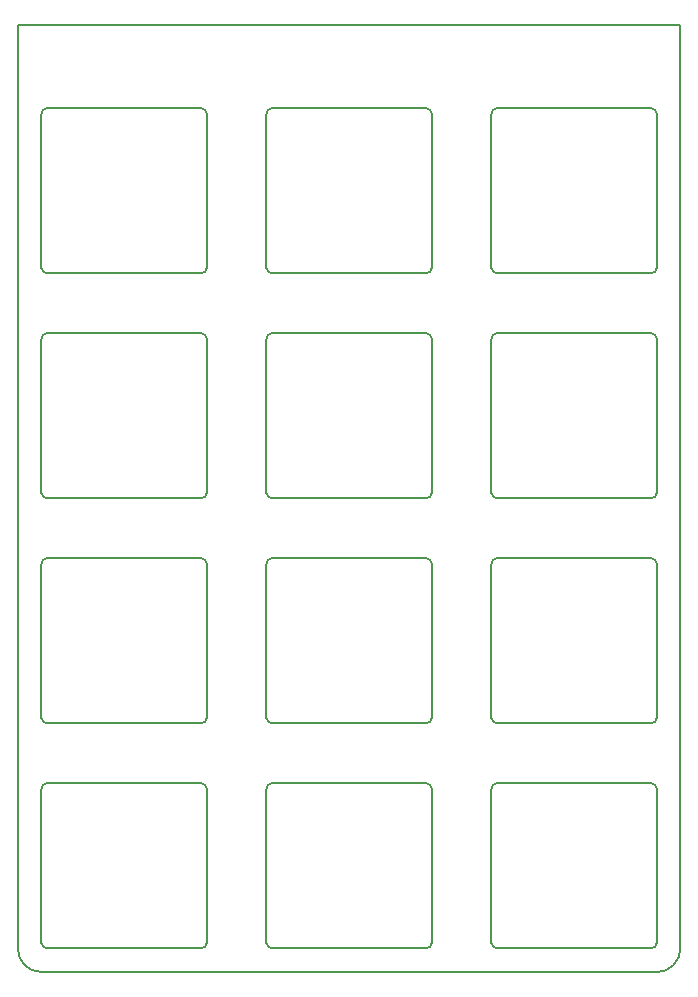
<source format=gbr>
G04 #@! TF.GenerationSoftware,KiCad,Pcbnew,(5.1.4)-1*
G04 #@! TF.CreationDate,2021-01-08T16:05:27-05:00*
G04 #@! TF.ProjectId,plate,706c6174-652e-46b6-9963-61645f706362,rev?*
G04 #@! TF.SameCoordinates,Original*
G04 #@! TF.FileFunction,Profile,NP*
%FSLAX46Y46*%
G04 Gerber Fmt 4.6, Leading zero omitted, Abs format (unit mm)*
G04 Created by KiCad (PCBNEW (5.1.4)-1) date 2021-01-08 16:05:27*
%MOMM*%
%LPD*%
G04 APERTURE LIST*
%ADD10C,0.200000*%
G04 APERTURE END LIST*
D10*
X10050000Y14050000D02*
X66149999Y14050000D01*
X66149999Y14050000D02*
X66149999Y-64149999D01*
X10050000Y14050000D02*
X10049999Y0D01*
X12049999Y-66149999D02*
G75*
G02X10049999Y-64149999I0J2000000D01*
G01*
X66149999Y-64149999D02*
G75*
G02X64149999Y-66149999I-2000000J0D01*
G01*
X10049999Y-64149999D02*
X10049999Y0D01*
X64149999Y-66149999D02*
X12049999Y-66149999D01*
X50150000Y-50650000D02*
X50150000Y-63650000D01*
X64150000Y-63650000D02*
X64150000Y-50650000D01*
X63650000Y-50150000D02*
X50650000Y-50150000D01*
X50650000Y-64150000D02*
X63650000Y-64150000D01*
X50150000Y-50650000D02*
G75*
G02X50650000Y-50150000I500000J0D01*
G01*
X63650000Y-50150000D02*
G75*
G02X64150000Y-50650000I0J-500000D01*
G01*
X64150000Y-63650000D02*
G75*
G02X63650000Y-64150000I-500000J0D01*
G01*
X50650000Y-64150000D02*
G75*
G02X50150000Y-63650000I0J500000D01*
G01*
X31100000Y-50650000D02*
X31100000Y-63650000D01*
X45100000Y-63650000D02*
X45100000Y-50650000D01*
X44599999Y-50150000D02*
X31600000Y-50150000D01*
X31600000Y-64150000D02*
X44599999Y-64150000D01*
X31100000Y-50650000D02*
G75*
G02X31600000Y-50150000I500000J0D01*
G01*
X44599999Y-50150000D02*
G75*
G02X45099999Y-50650000I0J-500000D01*
G01*
X45099999Y-63650000D02*
G75*
G02X44599999Y-64150000I-500000J0D01*
G01*
X31600000Y-64150000D02*
G75*
G02X31100000Y-63650000I0J500000D01*
G01*
X12050000Y-50650000D02*
X12050000Y-63650000D01*
X26050000Y-63650000D02*
X26050000Y-50650000D01*
X25550000Y-50150000D02*
X12550000Y-50150000D01*
X12550000Y-64150000D02*
X25550000Y-64150000D01*
X12050000Y-50650000D02*
G75*
G02X12550000Y-50150000I500000J0D01*
G01*
X25550000Y-50150000D02*
G75*
G02X26050000Y-50650000I0J-500000D01*
G01*
X26050000Y-63650000D02*
G75*
G02X25550000Y-64150000I-500000J0D01*
G01*
X12550000Y-64150000D02*
G75*
G02X12050000Y-63650000I0J500000D01*
G01*
X50150000Y-31600000D02*
X50150000Y-44599999D01*
X64150000Y-44599999D02*
X64150000Y-31600000D01*
X63650000Y-31100000D02*
X50650000Y-31100000D01*
X50650000Y-45100000D02*
X63650000Y-45100000D01*
X50150000Y-31600000D02*
G75*
G02X50650000Y-31100000I500000J0D01*
G01*
X63650000Y-31100000D02*
G75*
G02X64150000Y-31600000I0J-500000D01*
G01*
X64150000Y-44599999D02*
G75*
G02X63650000Y-45099999I-500000J0D01*
G01*
X50650000Y-45099999D02*
G75*
G02X50150000Y-44599999I0J500000D01*
G01*
X31100000Y-31600000D02*
X31100000Y-44599999D01*
X45100000Y-44599999D02*
X45100000Y-31600000D01*
X44599999Y-31100000D02*
X31600000Y-31100000D01*
X31600000Y-45100000D02*
X44599999Y-45100000D01*
X31100000Y-31600000D02*
G75*
G02X31600000Y-31100000I500000J0D01*
G01*
X44599999Y-31100000D02*
G75*
G02X45099999Y-31600000I0J-500000D01*
G01*
X45099999Y-44599999D02*
G75*
G02X44599999Y-45099999I-500000J0D01*
G01*
X31600000Y-45099999D02*
G75*
G02X31100000Y-44599999I0J500000D01*
G01*
X12050000Y-31600000D02*
X12050000Y-44599999D01*
X26050000Y-44599999D02*
X26050000Y-31600000D01*
X25550000Y-31100000D02*
X12550000Y-31100000D01*
X12550000Y-45100000D02*
X25550000Y-45100000D01*
X12050000Y-31600000D02*
G75*
G02X12550000Y-31100000I500000J0D01*
G01*
X25550000Y-31100000D02*
G75*
G02X26050000Y-31600000I0J-500000D01*
G01*
X26050000Y-44599999D02*
G75*
G02X25550000Y-45099999I-500000J0D01*
G01*
X12550000Y-45099999D02*
G75*
G02X12050000Y-44599999I0J500000D01*
G01*
X50150000Y-12550000D02*
X50150000Y-25550000D01*
X64150000Y-25550000D02*
X64150000Y-12550000D01*
X63650000Y-12050000D02*
X50650000Y-12050000D01*
X50650000Y-26050000D02*
X63650000Y-26050000D01*
X50150000Y-12550000D02*
G75*
G02X50650000Y-12050000I500000J0D01*
G01*
X63650000Y-12050000D02*
G75*
G02X64150000Y-12550000I0J-500000D01*
G01*
X64150000Y-25550000D02*
G75*
G02X63650000Y-26050000I-500000J0D01*
G01*
X50650000Y-26050000D02*
G75*
G02X50150000Y-25550000I0J500000D01*
G01*
X31100000Y-12550000D02*
X31100000Y-25550000D01*
X45100000Y-25550000D02*
X45100000Y-12550000D01*
X44599999Y-12050000D02*
X31600000Y-12050000D01*
X31600000Y-26050000D02*
X44599999Y-26050000D01*
X31100000Y-12550000D02*
G75*
G02X31600000Y-12050000I500000J0D01*
G01*
X44599999Y-12050000D02*
G75*
G02X45099999Y-12550000I0J-500000D01*
G01*
X45099999Y-25550000D02*
G75*
G02X44599999Y-26050000I-500000J0D01*
G01*
X31600000Y-26050000D02*
G75*
G02X31100000Y-25550000I0J500000D01*
G01*
X12050000Y-12550000D02*
X12050000Y-25550000D01*
X26050000Y-25550000D02*
X26050000Y-12550000D01*
X25550000Y-12050000D02*
X12550000Y-12050000D01*
X12550000Y-26050000D02*
X25550000Y-26050000D01*
X12050000Y-12550000D02*
G75*
G02X12550000Y-12050000I500000J0D01*
G01*
X25550000Y-12050000D02*
G75*
G02X26050000Y-12550000I0J-500000D01*
G01*
X26050000Y-25550000D02*
G75*
G02X25550000Y-26050000I-500000J0D01*
G01*
X12550000Y-26050000D02*
G75*
G02X12050000Y-25550000I0J500000D01*
G01*
X50150000Y6499999D02*
X50150000Y-6500000D01*
X64150000Y-6500000D02*
X64150000Y6499999D01*
X63650000Y6999999D02*
X50650000Y6999999D01*
X50650000Y-7000000D02*
X63650000Y-7000000D01*
X50150000Y6499999D02*
G75*
G02X50650000Y6999999I500000J0D01*
G01*
X63650000Y6999999D02*
G75*
G02X64150000Y6499999I0J-500000D01*
G01*
X64150000Y-6500000D02*
G75*
G02X63650000Y-7000000I-500000J0D01*
G01*
X50650000Y-7000000D02*
G75*
G02X50150000Y-6500000I0J500000D01*
G01*
X31100000Y6499999D02*
X31100000Y-6500000D01*
X45100000Y-6500000D02*
X45100000Y6499999D01*
X44599999Y6999999D02*
X31600000Y6999999D01*
X31600000Y-7000000D02*
X44599999Y-7000000D01*
X31100000Y6499999D02*
G75*
G02X31600000Y6999999I500000J0D01*
G01*
X44599999Y6999999D02*
G75*
G02X45099999Y6499999I0J-500000D01*
G01*
X45099999Y-6500000D02*
G75*
G02X44599999Y-7000000I-500000J0D01*
G01*
X31600000Y-7000000D02*
G75*
G02X31100000Y-6500000I0J500000D01*
G01*
X12050000Y6499999D02*
X12050000Y-6500000D01*
X26050000Y-6500000D02*
X26050000Y6499999D01*
X25550000Y6999999D02*
X12550000Y6999999D01*
X12550000Y-7000000D02*
X25550000Y-7000000D01*
X12050000Y6499999D02*
G75*
G02X12550000Y6999999I500000J0D01*
G01*
X25550000Y6999999D02*
G75*
G02X26050000Y6499999I0J-500000D01*
G01*
X26050000Y-6500000D02*
G75*
G02X25550000Y-7000000I-500000J0D01*
G01*
X12550000Y-7000000D02*
G75*
G02X12050000Y-6500000I0J500000D01*
G01*
M02*

</source>
